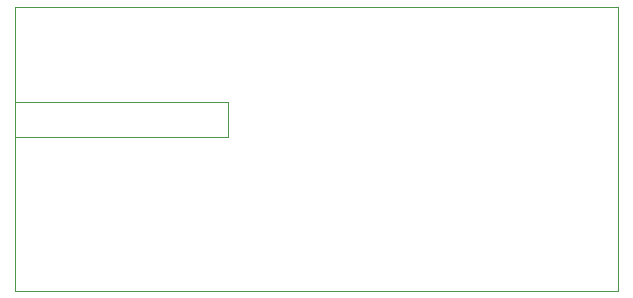
<source format=gbr>
%TF.GenerationSoftware,KiCad,Pcbnew,8.0.6*%
%TF.CreationDate,2025-02-18T13:58:57+01:00*%
%TF.ProjectId,DifferentialProbe,44696666-6572-4656-9e74-69616c50726f,rev?*%
%TF.SameCoordinates,Original*%
%TF.FileFunction,Profile,NP*%
%FSLAX46Y46*%
G04 Gerber Fmt 4.6, Leading zero omitted, Abs format (unit mm)*
G04 Created by KiCad (PCBNEW 8.0.6) date 2025-02-18 13:58:57*
%MOMM*%
%LPD*%
G01*
G04 APERTURE LIST*
%TA.AperFunction,Profile*%
%ADD10C,0.050000*%
%TD*%
G04 APERTURE END LIST*
D10*
X92000000Y-81000000D02*
X143000000Y-81000000D01*
X143000000Y-105000000D01*
X92000000Y-105000000D01*
X92000000Y-81000000D01*
X92000000Y-92000000D02*
X110000000Y-92000000D01*
X110000000Y-89000000D02*
X110000000Y-92000000D01*
X92000000Y-89000000D02*
X110000000Y-89000000D01*
M02*

</source>
